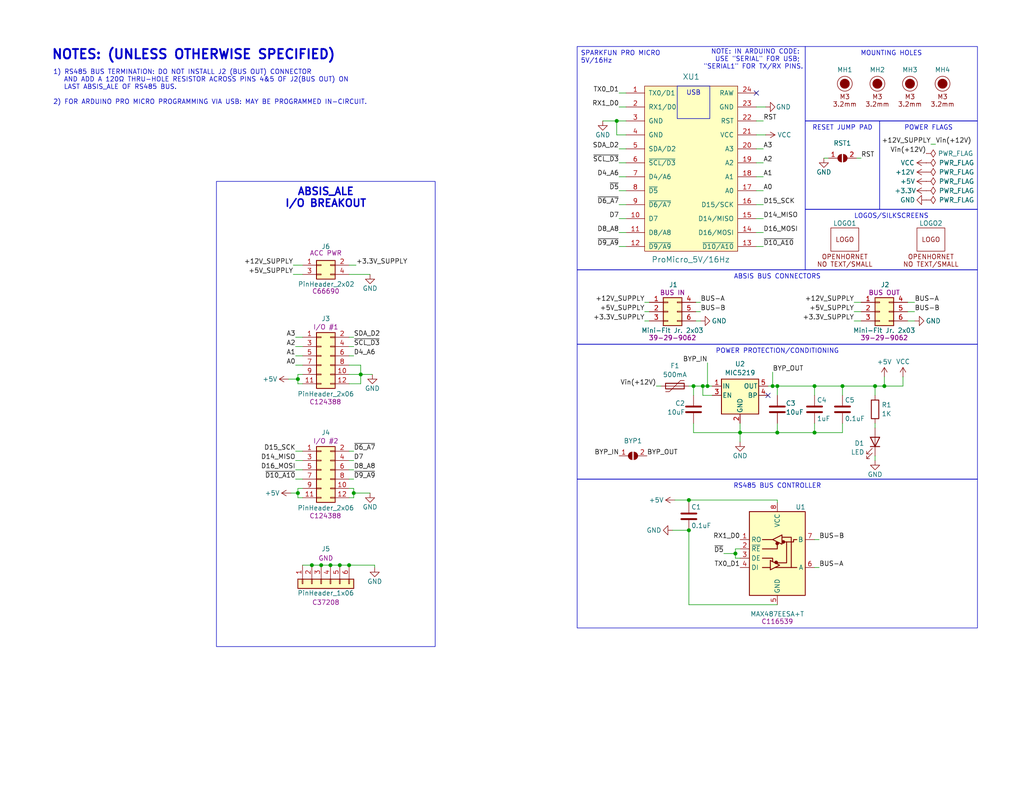
<source format=kicad_sch>
(kicad_sch (version 20231120) (generator "eeschema") (generator_version "8.0")
  (paper "A")
  (title_block (title "ABSIS ALE (ALmost Everything)") (date "2024-09-20") (rev "4.0.0") (company "www.openhornet.com") (comment 1 "License:  CC BY-NC-SA"))
  (lib_symbols
    (symbol "Device:C" (pin_numbers hide) (pin_names (offset 0.254))
      (property "Reference" "C" (at 0.635 2.54 0))
      (property "Value" "C" (at 0.635 -2.54 0))
      (symbol "C_0_1"
        (polyline (pts (xy -2.032 -0.762) (xy 2.032 -0.762)) (stroke (width 0.508)))
        (polyline (pts (xy -2.032 0.762) (xy 2.032 0.762)) (stroke (width 0.508)))
      )
      (symbol "C_1_1"
        (pin passive line (at 0 3.81 270) (length 2.794) (name "~") (number "1"))
        (pin passive line (at 0 -3.81 90) (length 2.794) (name "~") (number "2"))
      )
    )
    (symbol "Device:LED" (pin_numbers hide) (pin_names (offset 1.016) hide)
      (property "Reference" "D" (at 0 2.54 0))
      (property "Value" "LED" (at 0 -2.54 0))
      (symbol "LED_0_1"
        (polyline (pts (xy -1.27 -1.27) (xy -1.27 1.27)) (stroke (width 0.254)))
        (polyline (pts (xy -1.27 0) (xy 1.27 0)))
        (polyline (pts (xy 1.27 -1.27) (xy 1.27 1.27) (xy -1.27 0) (xy 1.27 -1.27)) (stroke (width 0.254)))
        (polyline (pts (xy -3.048 -0.762) (xy -4.572 -2.286) (xy -3.81 -2.286) (xy -4.572 -2.286) (xy -4.572 -1.524)))
        (polyline (pts (xy -1.778 -0.762) (xy -3.302 -2.286) (xy -2.54 -2.286) (xy -3.302 -2.286) (xy -3.302 -1.524)))
      )
      (symbol "LED_1_1"
        (pin passive line (at -3.81 0 0) (length 2.54) (name "K") (number "1"))
        (pin passive line (at 3.81 0 180) (length 2.54) (name "A") (number "2"))
      )
    )
    (symbol "Device:Polyfuse" (pin_numbers hide) (pin_names (offset 0))
      (property "Reference" "F" (at -2.54 0 90))
      (property "Value" "Polyfuse" (at 2.54 0 90))
      (symbol "Polyfuse_0_1"
        (rectangle (start -0.762 2.54) (end 0.762 -2.54) (stroke (width 0.254)))
        (polyline (pts (xy 0 2.54) (xy 0 -2.54)))
        (polyline (pts (xy -1.524 2.54) (xy -1.524 1.524) (xy 1.524 -1.524) (xy 1.524 -2.54)))
      )
      (symbol "Polyfuse_1_1"
        (pin passive line (at 0 3.81 270) (length 1.27) (name "~") (number "1"))
        (pin passive line (at 0 -3.81 90) (length 1.27) (name "~") (number "2"))
      )
    )
    (symbol "Device:R" (pin_numbers hide) (pin_names (offset 0))
      (property "Reference" "R" (at 2.032 0 90))
      (property "Value" "R" (at 0 0 90))
      (symbol "R_0_1"
        (rectangle (start -1.016 -2.54) (end 1.016 2.54) (stroke (width 0.254)))
      )
      (symbol "R_1_1"
        (pin passive line (at 0 3.81 270) (length 1.27) (name "~") (number "1"))
        (pin passive line (at 0 -3.81 90) (length 1.27) (name "~") (number "2"))
      )
    )
    (symbol "OH_Symbols:Capacitor_0805_0.1uF" (pin_numbers hide) (pin_names (offset 0.254))
      (property "Reference" "C" (at 0.635 2.54 0))
      (property "Value" "0.1uF" (at 0.635 -2.54 0))
      (symbol "Capacitor_0805_0.1uF_0_1"
        (polyline (pts (xy -2.032 -0.762) (xy 2.032 -0.762)) (stroke (width 0.508)))
        (polyline (pts (xy -2.032 0.762) (xy 2.032 0.762)) (stroke (width 0.508)))
      )
      (symbol "Capacitor_0805_0.1uF_1_1"
        (pin passive line (at 0 3.81 270) (length 2.794) (name "~") (number "1"))
        (pin passive line (at 0 -3.81 90) (length 2.794) (name "~") (number "2"))
      )
    )
    (symbol "OH_Symbols:Controller_MAX487E"
      (property "Reference" "U1" (at 0 15.113 0))
      (property "Value" "MAX487EESA+T" (at 0 -17.78 0))
      (property "LCSC" "C116539" (at 0 -19.812 0))
      (symbol "Controller_MAX487E_0_1"
        (rectangle (start -7.62 10.16) (end 7.62 -12.7) (stroke (width 0.254)) (fill (type background)))
        (circle (center -0.3048 -3.683) (radius 0.3556) (stroke (width 0.254)) (fill (type outline)))
        (circle (center -0.0254 1.4986) (radius 0.3556) (stroke (width 0.254)) (fill (type outline)))
        (polyline (pts (xy -4.064 -5.08) (xy -1.905 -5.08)) (stroke (width 0.254)))
        (polyline (pts (xy -4.064 2.54) (xy -1.27 2.54)) (stroke (width 0.254)))
        (polyline (pts (xy -1.27 -3.2004) (xy -1.27 -3.4544)) (stroke (width 0.254)))
        (polyline (pts (xy -0.635 -5.08) (xy 5.334 -5.08)) (stroke (width 0.254)))
        (polyline (pts (xy -4.064 -2.54) (xy -1.27 -2.54) (xy -1.27 -3.175)) (stroke (width 0.254)))
        (polyline (pts (xy 0 1.27) (xy 0 0) (xy -4.064 0)) (stroke (width 0.254)))
        (polyline (pts (xy 1.27 3.175) (xy 3.81 3.175) (xy 3.81 -5.08)) (stroke (width 0.254)))
        (polyline (pts (xy 2.54 1.905) (xy 2.54 -3.81) (xy 0 -3.81)) (stroke (width 0.254)))
        (polyline (pts (xy -1.905 -3.175) (xy -1.905 -5.715) (xy 0.635 -4.445) (xy -1.905 -3.175)) (stroke (width 0.254)))
        (polyline (pts (xy -1.27 2.54) (xy 1.27 3.81) (xy 1.27 1.27) (xy -1.27 2.54)) (stroke (width 0.254)))
        (polyline (pts (xy 1.905 1.905) (xy 4.445 1.905) (xy 4.445 2.54) (xy 5.334 2.54)) (stroke (width 0.254)))
        (rectangle (start 1.27 3.175) (end 1.27 3.175))
        (circle (center 1.651 1.905) (radius 0.3556) (stroke (width 0.254)) (fill (type outline)))
      )
      (symbol "Controller_MAX487E_1_1"
        (pin output line (at -10.16 2.54 0) (length 2.54) (name "RO") (number "1"))
        (pin input line (at -10.16 0 0) (length 2.54) (name "~{RE}") (number "2"))
        (pin input line (at -10.16 -2.54 0) (length 2.54) (name "DE") (number "3"))
        (pin input line (at -10.16 -5.08 0) (length 2.54) (name "DI") (number "4"))
        (pin power_in line (at 0 -15.24 90) (length 2.54) (name "GND") (number "5"))
        (pin bidirectional line (at 10.16 -5.08 180) (length 2.54) (name "A") (number "6"))
        (pin bidirectional line (at 10.16 2.54 180) (length 2.54) (name "B") (number "7"))
        (pin power_in line (at 0 12.7 270) (length 2.54) (name "VCC") (number "8"))
      )
    )
    (symbol "OH_Symbols:Controller_Pro_Micro" (pin_names (offset 1.016))
      (property "Reference" "XU" (at 0 28.194 0))
      (property "Value" "ProMicro_5V/16Hz" (at -0.127 -21.336 0))
      (symbol "Controller_Pro_Micro_0_1"
        (rectangle (start -12.7 26.035) (end 12.7 -19.05) (fill (type background)))
      )
      (symbol "Controller_Pro_Micro_1_1"
        (pin bidirectional line (at -17.78 24.13 0) (length 5.08) (name "TX0/D1") (number "1"))
        (pin bidirectional line (at -17.78 -10.16 0) (length 5.08) (name "D7") (number "10"))
        (pin bidirectional line (at -17.78 -13.97 0) (length 5.08) (name "D8/A8") (number "11"))
        (pin bidirectional line (at -17.78 -17.78 0) (length 5.08) (name "~{D9/A9}") (number "12"))
        (pin bidirectional line (at 17.78 -17.78 180) (length 5.08) (name "~{D10/A10}") (number "13"))
        (pin bidirectional line (at 17.78 -13.97 180) (length 5.08) (name "D16/MOSI") (number "14"))
        (pin bidirectional line (at 17.78 -10.16 180) (length 5.08) (name "D14/MISO") (number "15"))
        (pin bidirectional line (at 17.78 -6.35 180) (length 5.08) (name "D15/SCK") (number "16"))
        (pin bidirectional line (at 17.78 -2.54 180) (length 5.08) (name "A0") (number "17"))
        (pin bidirectional line (at 17.78 1.27 180) (length 5.08) (name "A1") (number "18"))
        (pin bidirectional line (at 17.78 5.08 180) (length 5.08) (name "A2") (number "19"))
        (pin bidirectional line (at -17.78 20.32 0) (length 5.08) (name "RX1/D0") (number "2"))
        (pin bidirectional line (at 17.78 8.89 180) (length 5.08) (name "A3") (number "20"))
        (pin power_in line (at 17.78 12.7 180) (length 5.08) (name "VCC") (number "21"))
        (pin bidirectional line (at 17.78 16.51 180) (length 5.08) (name "RST") (number "22"))
        (pin power_in line (at 17.78 20.32 180) (length 5.08) (name "GND") (number "23"))
        (pin power_in line (at 17.78 24.13 180) (length 5.08) (name "RAW") (number "24"))
        (pin power_in line (at -17.78 16.51 0) (length 5.08) (name "GND") (number "3"))
        (pin power_in line (at -17.78 12.7 0) (length 5.08) (name "GND") (number "4"))
        (pin bidirectional line (at -17.78 8.89 0) (length 5.08) (name "SDA/D2") (number "5"))
        (pin bidirectional line (at -17.78 5.08 0) (length 5.08) (name "~{SCL/D3}") (number "6"))
        (pin bidirectional line (at -17.78 1.27 0) (length 5.08) (name "D4/A6") (number "7"))
        (pin bidirectional line (at -17.78 -2.54 0) (length 5.08) (name "~{D5}") (number "8"))
        (pin bidirectional line (at -17.78 -6.35 0) (length 5.08) (name "~{D6/A7}") (number "9"))
      )
    )
    (symbol "OH_Symbols:Jumper_Solder_2_Open" (pin_names (offset 0) hide)
      (property "Reference" "JP" (at 0 2.032 0))
      (property "Value" "SolderJumper_2_Open" (at 0 -2.54 0))
      (symbol "Jumper_Solder_2_Open_0_1"
        (arc (start -0.254 1.016) (mid -1.2656 0) (end -0.254 -1.016))
        (arc (start -0.254 1.016) (mid -1.2656 0) (end -0.254 -1.016) (fill (type outline)))
        (polyline (pts (xy -0.254 1.016) (xy -0.254 -1.016)))
        (polyline (pts (xy 0.254 1.016) (xy 0.254 -1.016)))
        (arc (start 0.254 -1.016) (mid 1.2656 0) (end 0.254 1.016))
        (arc (start 0.254 -1.016) (mid 1.2656 0) (end 0.254 1.016) (fill (type outline)))
      )
      (symbol "Jumper_Solder_2_Open_1_1"
        (pin passive line (at -3.81 0 0) (length 2.54) (name "A") (number "1"))
        (pin passive line (at 3.81 0 180) (length 2.54) (name "B") (number "2"))
      )
    )
    (symbol "OH_Symbols:LOGO_OpenHornet_NoText_Small" (pin_numbers hide) (pin_names (offset 0) hide) (in_bom no)
      (property "Reference" "LOGO" (at 0 12.7 0))
      (symbol "LOGO_OpenHornet_NoText_Small_0_1"
        (rectangle (start 3.81 5.08) (end -3.81 11.43))
      )
      (symbol "LOGO_OpenHornet_NoText_Small_1_0"
        (text "LOGO" (at 0 8.255 0) (effects (font (size 1.27 1.27))))
        (text "OPENHORNET\nNO TEXT/SMALL" (at 0 2.54 0) (effects (font (size 1.27 1.27))))
      )
    )
    (symbol "OH_Symbols:Molex_Mini-Fit_Jr._2x03" (pin_names (offset 1.016) hide)
      (property "Reference" "J" (at -0.0254 7.239 0))
      (property "Value" "Mini-Fit Jr. 2x03" (at -0.0254 -5.1308 0))
      (property "Manufacturer PN" "39-29-9062" (at -0.0254 -7.1374 0))
      (property "Silkscreen" "BUS IN" (at -0.0254 5.207 0))
      (symbol "Molex_Mini-Fit_Jr._2x03_1_1"
        (rectangle (start -2.54 -2.413) (end -1.27 -2.667) (stroke (width 0.1524)))
        (rectangle (start -2.54 0.127) (end -1.27 -0.127) (stroke (width 0.1524)))
        (rectangle (start -2.54 2.667) (end -1.27 2.413) (stroke (width 0.1524)))
        (rectangle (start -2.54 3.81) (end 2.54 -3.81) (stroke (width 0.254)) (fill (type background)))
        (rectangle (start 2.54 -2.413) (end 1.27 -2.667) (stroke (width 0.1524)))
        (rectangle (start 2.54 0.127) (end 1.27 -0.127) (stroke (width 0.1524)))
        (rectangle (start 2.54 2.667) (end 1.27 2.413) (stroke (width 0.1524)))
        (pin passive line (at -6.35 2.54 0) (length 3.81) (name "Pin_1") (number "1"))
        (pin passive line (at -6.35 0 0) (length 3.81) (name "Pin_2") (number "2"))
        (pin passive line (at -6.35 -2.54 0) (length 3.81) (name "Pin_3") (number "3"))
        (pin passive line (at 6.35 2.54 180) (length 3.81) (name "Pin_4") (number "4"))
        (pin passive line (at 6.35 0 180) (length 3.81) (name "Pin_5") (number "5"))
        (pin passive line (at 6.35 -2.54 180) (length 3.81) (name "Pin_6") (number "6"))
      )
    )
    (symbol "OH_Symbols:MountingHole_M3_3.2mm" (pin_numbers hide) (pin_names (offset 0) hide) (in_bom no)
      (property "Reference" "MH" (at 0 3.81 0))
      (symbol "MountingHole_M3_3.2mm_0_0"
        (circle (center 0 0) (radius 1.27) (fill (type outline)))
        (circle (center 0 0) (radius 2.032))
      )
      (symbol "MountingHole_M3_3.2mm_1_1"
        (text "M3\n3.2mm" (at 0 -4.572 0) (effects (font (size 1.27 1.27))))
      )
    )
    (symbol "OH_Symbols:PinHeader_1x06" (pin_names (offset 1.016) hide)
      (property "Reference" "J" (at 0 8.763 0))
      (property "Value" "PinHeader_1x06" (at 0 -4.953 0))
      (property "LCSC" "C37208" (at 0 -7.112 0))
      (property "Silkscreen" "GND" (at 0 6.477 0))
      (symbol "PinHeader_1x06_1_1"
        (rectangle (start -7.747 -0.127) (end 7.493 -2.667) (stroke (width 0.254)) (fill (type background)))
        (rectangle (start -6.35 -1.397) (end -6.604 -0.127) (stroke (width 0.1524)))
        (rectangle (start -3.81 -1.397) (end -4.064 -0.127) (stroke (width 0.1524)))
        (rectangle (start -1.27 -1.397) (end -1.524 -0.127) (stroke (width 0.1524)))
        (rectangle (start 1.27 -1.397) (end 1.016 -0.127) (stroke (width 0.1524)))
        (rectangle (start 3.81 -1.397) (end 3.556 -0.127) (stroke (width 0.1524)))
        (rectangle (start 6.35 -1.397) (end 6.096 -0.127) (stroke (width 0.1524)))
        (pin passive line (at -6.477 3.683 270) (length 3.81) (name "Pin_1") (number "1"))
        (pin passive line (at -3.937 3.683 270) (length 3.81) (name "Pin_2") (number "2"))
        (pin passive line (at -1.397 3.683 270) (length 3.81) (name "Pin_3") (number "3"))
        (pin passive line (at 1.143 3.683 270) (length 3.81) (name "Pin_4") (number "4"))
        (pin passive line (at 3.683 3.683 270) (length 3.81) (name "Pin_5") (number "5"))
        (pin passive line (at 6.223 3.683 270) (length 3.81) (name "Pin_6") (number "6"))
      )
    )
    (symbol "OH_Symbols:PinHeader_2x02" (pin_names (offset 1.016) hide)
      (property "Reference" "J" (at 1.27 5.08 0))
      (property "Value" "PinHeader_2x02" (at 1.397 -5.207 0))
      (property "LCSC" "C66690" (at 1.27 -7.112 0))
      (property "Silkscreen" "ACC PWR" (at 1.27 3.302 0))
      (symbol "PinHeader_2x02_1_1"
        (rectangle (start -1.27 -2.413) (end 0 -2.667) (stroke (width 0.1524)))
        (rectangle (start -1.27 0.127) (end 0 -0.127) (stroke (width 0.1524)))
        (rectangle (start -1.27 1.27) (end 3.81 -3.81) (stroke (width 0.254)) (fill (type background)))
        (rectangle (start 3.81 -2.413) (end 2.54 -2.667) (stroke (width 0.1524)))
        (rectangle (start 3.81 0.127) (end 2.54 -0.127) (stroke (width 0.1524)))
        (pin passive line (at -5.08 0 0) (length 3.81) (name "Pin_1") (number "1"))
        (pin passive line (at 7.62 0 180) (length 3.81) (name "Pin_2") (number "2"))
        (pin passive line (at -5.08 -2.54 0) (length 3.81) (name "Pin_3") (number "3"))
        (pin passive line (at 7.62 -2.54 180) (length 3.81) (name "Pin_4") (number "4"))
      )
    )
    (symbol "OH_Symbols:PinHeader_2x06" (pin_names (offset 1.016) hide)
      (property "Reference" "J" (at 1.27 10.16 0))
      (property "Value" "PinHeader_2x06" (at 1.27 -10.414 0))
      (property "LCSC" "C124388" (at 1.143 -12.573 0))
      (property "Silkscreen" "I/O #" (at 1.27 7.874 0))
      (symbol "PinHeader_2x06_1_1"
        (rectangle (start -1.27 -7.493) (end 0 -7.747) (stroke (width 0.1524)))
        (rectangle (start -1.27 -4.953) (end 0 -5.207) (stroke (width 0.1524)))
        (rectangle (start -1.27 -2.413) (end 0 -2.667) (stroke (width 0.1524)))
        (rectangle (start -1.27 0.127) (end 0 -0.127) (stroke (width 0.1524)))
        (rectangle (start -1.27 2.667) (end 0 2.413) (stroke (width 0.1524)))
        (rectangle (start -1.27 5.207) (end 0 4.953) (stroke (width 0.1524)))
        (rectangle (start -1.27 6.35) (end 3.81 -8.89) (stroke (width 0.254)) (fill (type background)))
        (rectangle (start 3.81 -7.493) (end 2.54 -7.747) (stroke (width 0.1524)))
        (rectangle (start 3.81 -4.953) (end 2.54 -5.207) (stroke (width 0.1524)))
        (rectangle (start 3.81 -2.413) (end 2.54 -2.667) (stroke (width 0.1524)))
        (rectangle (start 3.81 0.127) (end 2.54 -0.127) (stroke (width 0.1524)))
        (rectangle (start 3.81 2.667) (end 2.54 2.413) (stroke (width 0.1524)))
        (rectangle (start 3.81 5.207) (end 2.54 4.953) (stroke (width 0.1524)))
        (pin passive line (at -5.08 5.08 0) (length 3.81) (name "Pin_1") (number "1"))
        (pin passive line (at 7.62 -5.08 180) (length 3.81) (name "Pin_10") (number "10"))
        (pin passive line (at -5.08 -7.62 0) (length 3.81) (name "Pin_11") (number "11"))
        (pin passive line (at 7.62 -7.62 180) (length 3.81) (name "Pin_12") (number "12"))
        (pin passive line (at 7.62 5.08 180) (length 3.81) (name "Pin_2") (number "2"))
        (pin passive line (at -5.08 2.54 0) (length 3.81) (name "Pin_3") (number "3"))
        (pin passive line (at 7.62 2.54 180) (length 3.81) (name "Pin_4") (number "4"))
        (pin passive line (at -5.08 0 0) (length 3.81) (name "Pin_5") (number "5"))
        (pin passive line (at 7.62 0 180) (length 3.81) (name "Pin_6") (number "6"))
        (pin passive line (at -5.08 -2.54 0) (length 3.81) (name "Pin_7") (number "7"))
        (pin passive line (at 7.62 -2.54 180) (length 3.81) (name "Pin_8") (number "8"))
        (pin passive line (at -5.08 -5.08 0) (length 3.81) (name "Pin_9") (number "9"))
      )
    )
    (symbol "PWR_FLAG_1" (power) (pin_numbers hide) (pin_names (offset 0) hide)
      (property "Value" "PWR_FLAG" (at 0 3.81 0))
      (symbol "PWR_FLAG_1_0_0"
        (pin power_out line (at 0 0 90) (length 0) (name "~") (number "1"))
      )
      (symbol "PWR_FLAG_1_0_1"
        (polyline (pts (xy 0 0) (xy 0 1.27) (xy -1.016 1.905) (xy 0 2.54) (xy 1.016 1.905) (xy 0 1.27)))
      )
    )
    (symbol "Regulator_Linear:LM7805_TO220" (pin_names (offset 0.254))
      (property "Reference" "U" (at -3.81 3.175 0))
      (property "Value" "LM7805_TO220" (at 0 3.175 0))
      (symbol "LM7805_TO220_0_1"
        (rectangle (start -5.08 1.905) (end 5.08 -5.08) (stroke (width 0.254)) (fill (type background)))
      )
      (symbol "LM7805_TO220_1_1"
        (pin power_in line (at -7.62 0 0) (length 2.54) (name "VI") (number "1"))
        (pin power_in line (at 0 -7.62 90) (length 2.54) (name "GND") (number "2"))
        (pin power_out line (at 7.62 0 180) (length 2.54) (name "VO") (number "3"))
      )
    )
    (symbol "Regulator_Linear:MIC5219-5.0YM5" (pin_names (offset 0.254))
      (property "Reference" "U" (at -3.81 5.715 0))
      (property "Value" "MIC5219-5.0YM5" (at 0 5.715 0))
      (symbol "MIC5219-5.0YM5_0_1"
        (rectangle (start -5.08 4.445) (end 5.08 -5.08) (stroke (width 0.254)) (fill (type background)))
      )
      (symbol "MIC5219-5.0YM5_1_1"
        (pin power_in line (at -7.62 2.54 0) (length 2.54) (name "IN") (number "1"))
        (pin power_in line (at 0 -7.62 90) (length 2.54) (name "GND") (number "2"))
        (pin input line (at -7.62 0 0) (length 2.54) (name "EN") (number "3"))
        (pin input line (at 7.62 0 180) (length 2.54) (name "BP") (number "4"))
        (pin power_out line (at 7.62 2.54 180) (length 2.54) (name "OUT") (number "5"))
      )
    )
    (symbol "power:+12V" (power) (pin_names (offset 0))
      (property "Value" "+12V" (at 0 3.556 0))
      (symbol "+12V_0_1"
        (polyline (pts (xy -0.762 1.27) (xy 0 2.54)))
        (polyline (pts (xy 0 0) (xy 0 2.54)))
        (polyline (pts (xy 0 2.54) (xy 0.762 1.27)))
      )
      (symbol "+12V_1_1"
        (pin power_in line (at 0 0 90) (length 0) hide (name "+12V") (number "1"))
      )
    )
    (symbol "power:+3.3V" (power) (pin_names (offset 0))
      (property "Value" "+3.3V" (at 0 3.556 0))
      (symbol "+3.3V_0_1"
        (polyline (pts (xy -0.762 1.27) (xy 0 2.54)))
        (polyline (pts (xy 0 0) (xy 0 2.54)))
        (polyline (pts (xy 0 2.54) (xy 0.762 1.27)))
      )
      (symbol "+3.3V_1_1"
        (pin power_in line (at 0 0 90) (length 0) hide (name "+3.3V") (number "1"))
      )
    )
    (symbol "power:+5V" (power) (pin_names (offset 0))
      (property "Value" "+5V" (at 0 3.556 0))
      (symbol "+5V_0_1"
        (polyline (pts (xy -0.762 1.27) (xy 0 2.54)))
        (polyline (pts (xy 0 0) (xy 0 2.54)))
        (polyline (pts (xy 0 2.54) (xy 0.762 1.27)))
      )
      (symbol "+5V_1_1"
        (pin power_in line (at 0 0 90) (length 0) hide (name "+5V") (number "1"))
      )
    )
    (symbol "power:GND" (power) (pin_names (offset 0))
      (property "Value" "GND" (at 0 -3.81 0))
      (symbol "GND_0_1"
        (polyline (pts (xy 0 0) (xy 0 -1.27) (xy 1.27 -1.27) (xy 0 -2.54) (xy -1.27 -1.27) (xy 0 -1.27)))
      )
      (symbol "GND_1_1"
        (pin power_in line (at 0 0 270) (length 0) hide (name "GND") (number "1"))
      )
    )
    (symbol "power:PWR_FLAG" (power) (pin_numbers hide) (pin_names (offset 0) hide)
      (property "Value" "PWR_FLAG" (at 0 3.81 0))
      (symbol "PWR_FLAG_0_0"
        (pin power_out line (at 0 0 90) (length 0) (name "pwr") (number "1"))
      )
      (symbol "PWR_FLAG_0_1"
        (polyline (pts (xy 0 0) (xy 0 1.27) (xy -1.016 1.905) (xy 0 2.54) (xy 1.016 1.905) (xy 0 1.27)))
      )
    )
    (symbol "power:VCC" (power) (pin_numbers hide) (pin_names (offset 0) hide)
      (property "Value" "VCC" (at 0 3.556 0))
      (symbol "VCC_0_1"
        (polyline (pts (xy -0.762 1.27) (xy 0 2.54)))
        (polyline (pts (xy 0 0) (xy 0 2.54)))
        (polyline (pts (xy 0 2.54) (xy 0.762 1.27)))
      )
      (symbol "VCC_1_1"
        (pin power_in line (at 0 0 90) (length 0) (name "~") (number "1"))
      )
    )
  )
  (junction (at 222.25 105.41))
  (junction (at 212.09 105.41))
  (junction (at 85.09 154.305))
  (junction (at 238.76 105.41))
  (junction (at 222.25 118.11))
  (junction (at 241.3 105.41))
  (junction (at 187.96 144.78))
  (junction (at 98.425 102.235))
  (junction (at 191.77 105.41))
  (junction (at 210.82 105.41))
  (junction (at 87.63 154.305))
  (junction (at 193.04 105.41))
  (junction (at 187.96 136.525))
  (junction (at 90.17 154.305))
  (junction (at 168.275 33.02))
  (junction (at 229.87 105.41))
  (junction (at 92.71 154.305))
  (junction (at 320.04 128.27))
  (junction (at 330.2 140.97))
  (junction (at 200.66 151.13))
  (junction (at 81.28 103.505))
  (junction (at 95.25 154.305))
  (junction (at 96.52 134.62))
  (junction (at 340.36 128.27))
  (junction (at 212.09 118.11))
  (junction (at 189.23 105.41))
  (junction (at 201.93 118.11))
  (junction (at 81.28 134.62))
  (no_connect (at 209.55 107.95))
  (no_connect (at 206.375 25.4))
  (wire (pts (xy 168.91 55.88) (xy 170.815 55.88)))
  (wire (pts (xy 254 39.37) (xy 255.27 39.37)))
  (wire (pts (xy 200.66 151.13) (xy 200.66 152.4)))
  (wire (pts (xy 175.895 87.63) (xy 177.165 87.63)))
  (wire (pts (xy 100.965 134.62) (xy 96.52 134.62)))
  (wire (pts (xy 189.23 115.57) (xy 189.23 118.11)))
  (wire (pts (xy 189.23 105.41) (xy 191.77 105.41)))
  (wire (pts (xy 168.275 36.83) (xy 170.815 36.83)))
  (wire (pts (xy 168.91 40.64) (xy 170.815 40.64)))
  (wire (pts (xy 168.91 52.07) (xy 170.815 52.07)))
  (wire (pts (xy 320.04 140.97) (xy 330.2 140.97)))
  (wire (pts (xy 224.79 43.18) (xy 226.06 43.18)))
  (wire (pts (xy 223.52 154.94) (xy 222.25 154.94)))
  (wire (pts (xy 189.865 87.63) (xy 191.135 87.63)))
  (wire (pts (xy 212.09 118.11) (xy 222.25 118.11)))
  (wire (pts (xy 168.91 44.45) (xy 170.815 44.45)))
  (wire (pts (xy 96.52 97.155) (xy 95.25 97.155)))
  (wire (pts (xy 96.52 125.73) (xy 95.25 125.73)))
  (wire (pts (xy 90.17 154.305) (xy 92.71 154.305)))
  (wire (pts (xy 168.91 25.4) (xy 170.815 25.4)))
  (wire (pts (xy 337.82 128.27) (xy 340.36 128.27)))
  (wire (pts (xy 229.87 118.11) (xy 229.87 115.57)))
  (wire (pts (xy 96.52 94.615) (xy 95.25 94.615)))
  (wire (pts (xy 241.3 105.41) (xy 246.38 105.41)))
  (wire (pts (xy 201.93 118.11) (xy 212.09 118.11)))
  (wire (pts (xy 187.96 105.41) (xy 189.23 105.41)))
  (wire (pts (xy 238.76 105.41) (xy 238.76 107.95)))
  (wire (pts (xy 80.645 123.19) (xy 82.55 123.19)))
  (wire (pts (xy 340.36 138.43) (xy 340.36 140.97)))
  (wire (pts (xy 208.915 29.21) (xy 206.375 29.21)))
  (wire (pts (xy 98.425 104.775) (xy 98.425 102.235)))
  (wire (pts (xy 229.87 105.41) (xy 229.87 107.95)))
  (wire (pts (xy 212.09 165.1) (xy 187.96 165.1)))
  (wire (pts (xy 187.96 136.525) (xy 187.96 137.16)))
  (wire (pts (xy 96.52 134.62) (xy 96.52 135.89)))
  (wire (pts (xy 340.36 140.97) (xy 330.2 140.97)))
  (wire (pts (xy 200.66 149.86) (xy 200.66 151.13)))
  (wire (pts (xy 247.65 87.63) (xy 249.555 87.63)))
  (wire (pts (xy 222.25 118.11) (xy 229.87 118.11)))
  (wire (pts (xy 330.2 140.97) (xy 330.2 143.51)))
  (wire (pts (xy 317.5 128.27) (xy 320.04 128.27)))
  (wire (pts (xy 206.375 55.88) (xy 208.28 55.88)))
  (wire (pts (xy 78.74 103.505) (xy 81.28 103.505)))
  (wire (pts (xy 81.28 102.235) (xy 81.28 103.505)))
  (wire (pts (xy 81.28 134.62) (xy 81.28 135.89)))
  (wire (pts (xy 330.2 140.97) (xy 330.2 135.89)))
  (wire (pts (xy 200.66 152.4) (xy 201.93 152.4)))
  (wire (pts (xy 175.895 82.55) (xy 177.165 82.55)))
  (wire (pts (xy 206.375 59.69) (xy 208.28 59.69)))
  (wire (pts (xy 82.55 102.235) (xy 81.28 102.235)))
  (wire (pts (xy 80.01 74.93) (xy 82.55 74.93)))
  (wire (pts (xy 201.93 115.57) (xy 201.93 118.11)))
  (wire (pts (xy 96.52 128.27) (xy 95.25 128.27)))
  (wire (pts (xy 206.375 52.07) (xy 208.28 52.07)))
  (wire (pts (xy 100.965 74.93) (xy 95.25 74.93)))
  (wire (pts (xy 95.25 104.775) (xy 98.425 104.775)))
  (wire (pts (xy 193.04 99.06) (xy 193.04 105.41)))
  (wire (pts (xy 241.3 102.87) (xy 241.3 105.41)))
  (wire (pts (xy 96.52 92.075) (xy 95.25 92.075)))
  (wire (pts (xy 189.23 105.41) (xy 189.23 107.95)))
  (wire (pts (xy 102.235 154.94) (xy 102.235 154.305)))
  (wire (pts (xy 168.91 59.69) (xy 170.815 59.69)))
  (wire (pts (xy 96.52 133.35) (xy 95.25 133.35)))
  (wire (pts (xy 222.25 105.41) (xy 222.25 107.95)))
  (wire (pts (xy 206.375 40.64) (xy 208.28 40.64)))
  (wire (pts (xy 82.55 154.305) (xy 85.09 154.305)))
  (wire (pts (xy 194.31 107.95) (xy 191.77 107.95)))
  (wire (pts (xy 170.815 33.02) (xy 168.275 33.02)))
  (wire (pts (xy 246.38 102.87) (xy 246.38 105.41)))
  (wire (pts (xy 200.66 149.86) (xy 201.93 149.86)))
  (wire (pts (xy 97.155 72.39) (xy 95.25 72.39)))
  (wire (pts (xy 96.52 123.19) (xy 95.25 123.19)))
  (wire (pts (xy 80.645 128.27) (xy 82.55 128.27)))
  (wire (pts (xy 193.04 105.41) (xy 194.31 105.41)))
  (wire (pts (xy 238.76 105.41) (xy 241.3 105.41)))
  (wire (pts (xy 82.55 133.35) (xy 81.28 133.35)))
  (wire (pts (xy 222.25 118.11) (xy 222.25 115.57)))
  (wire (pts (xy 208.915 36.83) (xy 206.375 36.83)))
  (wire (pts (xy 92.71 154.305) (xy 95.25 154.305)))
  (wire (pts (xy 98.425 102.235) (xy 98.425 99.695)))
  (wire (pts (xy 79.375 134.62) (xy 81.28 134.62)))
  (wire (pts (xy 80.645 99.695) (xy 82.55 99.695)))
  (wire (pts (xy 80.645 125.73) (xy 82.55 125.73)))
  (wire (pts (xy 168.275 33.02) (xy 168.275 36.83)))
  (wire (pts (xy 189.865 85.09) (xy 191.135 85.09)))
  (wire (pts (xy 187.96 136.525) (xy 212.09 136.525)))
  (wire (pts (xy 85.09 154.305) (xy 87.63 154.305)))
  (wire (pts (xy 340.36 128.27) (xy 340.36 130.81)))
  (wire (pts (xy 96.52 130.81) (xy 95.25 130.81)))
  (wire (pts (xy 210.82 101.6) (xy 210.82 105.41)))
  (wire (pts (xy 320.04 128.27) (xy 322.58 128.27)))
  (wire (pts (xy 191.77 107.95) (xy 191.77 105.41)))
  (wire (pts (xy 101.6 102.235) (xy 98.425 102.235)))
  (wire (pts (xy 189.865 82.55) (xy 191.135 82.55)))
  (wire (pts (xy 233.68 43.18) (xy 234.95 43.18)))
  (wire (pts (xy 80.645 92.075) (xy 82.55 92.075)))
  (wire (pts (xy 168.91 29.21) (xy 170.815 29.21)))
  (wire (pts (xy 247.65 82.55) (xy 249.555 82.55)))
  (wire (pts (xy 206.375 33.02) (xy 208.28 33.02)))
  (wire (pts (xy 197.485 151.13) (xy 200.66 151.13)))
  (wire (pts (xy 189.23 118.11) (xy 201.93 118.11)))
  (wire (pts (xy 212.09 118.11) (xy 212.09 115.57)))
  (wire (pts (xy 222.25 105.41) (xy 229.87 105.41)))
  (wire (pts (xy 191.77 105.41) (xy 193.04 105.41)))
  (wire (pts (xy 206.375 63.5) (xy 208.28 63.5)))
  (wire (pts (xy 81.28 104.775) (xy 82.55 104.775)))
  (wire (pts (xy 212.09 105.41) (xy 212.09 107.95)))
  (wire (pts (xy 238.76 124.46) (xy 238.76 125.73)))
  (wire (pts (xy 87.63 154.305) (xy 90.17 154.305)))
  (wire (pts (xy 184.15 136.525) (xy 187.96 136.525)))
  (wire (pts (xy 206.375 48.26) (xy 208.28 48.26)))
  (wire (pts (xy 168.91 67.31) (xy 170.815 67.31)))
  (wire (pts (xy 95.25 135.89) (xy 96.52 135.89)))
  (wire (pts (xy 81.28 135.89) (xy 82.55 135.89)))
  (wire (pts (xy 206.375 67.31) (xy 208.28 67.31)))
  (wire (pts (xy 96.52 134.62) (xy 96.52 133.35)))
  (wire (pts (xy 320.04 128.27) (xy 320.04 130.81)))
  (wire (pts (xy 95.25 154.305) (xy 102.235 154.305)))
  (wire (pts (xy 233.045 85.09) (xy 234.95 85.09)))
  (wire (pts (xy 98.425 99.695) (xy 95.25 99.695)))
  (wire (pts (xy 81.28 133.35) (xy 81.28 134.62)))
  (wire (pts (xy 233.045 82.55) (xy 234.95 82.55)))
  (wire (pts (xy 212.09 105.41) (xy 222.25 105.41)))
  (wire (pts (xy 233.045 87.63) (xy 234.95 87.63)))
  (wire (pts (xy 209.55 105.41) (xy 210.82 105.41)))
  (wire (pts (xy 168.91 48.26) (xy 170.815 48.26)))
  (wire (pts (xy 212.09 136.525) (xy 212.09 137.16)))
  (wire (pts (xy 80.645 130.81) (xy 82.55 130.81)))
  (wire (pts (xy 201.93 118.11) (xy 201.93 120.65)))
  (wire (pts (xy 229.87 105.41) (xy 238.76 105.41)))
  (wire (pts (xy 80.645 97.155) (xy 82.55 97.155)))
  (wire (pts (xy 320.04 138.43) (xy 320.04 140.97)))
  (wire (pts (xy 340.36 128.27) (xy 342.9 128.27)))
  (wire (pts (xy 222.25 147.32) (xy 223.52 147.32)))
  (wire (pts (xy 187.96 165.1) (xy 187.96 144.78)))
  (wire (pts (xy 179.07 105.41) (xy 180.34 105.41)))
  (wire (pts (xy 80.01 72.39) (xy 82.55 72.39)))
  (wire (pts (xy 95.25 102.235) (xy 98.425 102.235)))
  (wire (pts (xy 247.65 85.09) (xy 249.555 85.09)))
  (wire (pts (xy 168.275 33.02) (xy 164.465 33.02)))
  (wire (pts (xy 210.82 105.41) (xy 212.09 105.41)))
  (wire (pts (xy 238.76 115.57) (xy 238.76 116.84)))
  (wire (pts (xy 80.645 94.615) (xy 82.55 94.615)))
  (wire (pts (xy 183.515 144.78) (xy 187.96 144.78)))
  (wire (pts (xy 81.28 103.505) (xy 81.28 104.775)))
  (wire (pts (xy 175.895 85.09) (xy 177.165 85.09)))
  (wire (pts (xy 168.91 63.5) (xy 170.815 63.5)))
  (wire (pts (xy 206.375 44.45) (xy 208.28 44.45)))
  (text_box "SPARKFUN PRO MICRO\n5V/16Hz" (at 157.48 12.7 0) (size 62.23 60.96) (effects (font (size 1.27 1.27)) (justify left top)))
  (text_box "LOGOS/SILKSCREENS" (at 219.71 57.15 0) (size 46.99 16.51) (effects (font (size 1.27 1.27)) (justify top)))
  (text_box "USB" (at 184.785 23.495 0) (size 8.89 8.89) (effects (font (size 1.27 1.27)) (justify top)))
  (text_box "RS485 BUS CONTROLLER" (at 157.48 130.81 0) (size 109.22 40.64) (effects (font (size 1.27 1.27)) (justify top)))
  (text_box "POWER PROTECTION/CONDITIONING" (at 157.48 93.98 0) (size 109.22 36.83) (effects (font (size 1.27 1.27)) (justify top)))
  (text_box "POWER FLAGS" (at 240.03 33.02 0) (size 26.67 24.13) (effects (font (size 1.27 1.27)) (justify top)))
  (text_box "ABSIS_ALE\nI/O BREAKOUT" (at 59.055 49.53 0) (size 59.69 127) (effects (font (size 2 2) (thickness 0.4) (bold yes)) (justify top)))
  (text_box "MOUNTING HOLES" (at 219.71 12.7 0) (size 46.99 20.32) (effects (font (size 1.27 1.27)) (justify top)))
  (text_box "RESET JUMP PAD" (at 219.71 33.02 0) (size 20.32 24.13) (effects (font (size 1.27 1.27)) (justify top)))
  (text_box "ABSIS BUS CONNECTORS" (at 157.48 73.66 0) (size 109.22 20.32) (effects (font (size 1.27 1.27)) (justify top)))
  (text "NOTES: (UNLESS OTHERWISE SPECIFIED)" (at 13.97 16.51 0) (effects (font (size 2.54 2.54) (thickness 0.508) (bold yes)) (justify left bottom)))
  (text "1) RS485 BUS TERMINATION: DO NOT INSTALL J2 (BUS OUT) CONNECTOR \n   AND ADD A 120Ω THRU-HOLE RESISTOR ACROSS PINS 4&5 OF J2(BUS OUT) ON \n   LAST ABSIS_ALE OF RS485 BUS.\n\n2) FOR ARDUINO PRO MICRO PROGRAMMING VIA USB: MAY BE PROGRAMMED IN-CIRCUIT." (at 14.478 28.702 0) (effects (font (size 1.27 1.27)) (justify left bottom)))
  (text "NOTE: IN ARDUINO CODE: \nUSE \"SERIAL\" FOR USB; \n\"SERIAL1\" FOR TX/RX PINS." (at 219.202 19.05 0) (effects (font (size 1.27 1.27)) (justify right bottom)))
  (label "BYP_IN" (at 193.04 99.06 180))
  (label "RST" (at 234.95 43.18 0))
  (label "BYP_OUT" (at 176.53 124.46 0))
  (label "~{SCL_D3}" (at 168.91 44.45 180))
  (label "VCC" (at 342.9 128.27 0))
  (label "BUS-A" (at 223.52 154.94 0))
  (label "D14_MISO" (at 208.28 59.69 0))
  (label "Vin(+12V)" (at 179.07 105.41 180))
  (label "BUS-B" (at 249.555 85.09 0))
  (label "~{D10_A10}" (at 80.645 130.81 180))
  (label "D15_SCK" (at 208.28 55.88 0))
  (label "D8_A8" (at 96.52 128.27 0))
  (label "+12V_SUPPLY" (at 175.895 82.55 180))
  (label "+12V_SUPPLY" (at 233.045 82.55 180))
  (label "BYP_IN" (at 168.91 124.46 180))
  (label "~{D6_A7}" (at 168.91 55.88 180))
  (label "SDA_D2" (at 96.52 92.075 0))
  (label "+12V_SUPPLY" (at 80.01 72.39 180))
  (label "~{D9_A9}" (at 168.91 67.31 180))
  (label "+5V_SUPPLY" (at 233.045 85.09 180))
  (label "D16_MOSI" (at 208.28 63.5 0))
  (label "~{D9_A9}" (at 96.52 130.81 0))
  (label "A1" (at 80.645 97.155 180))
  (label "D14_MISO" (at 80.645 125.73 180))
  (label "A3" (at 208.28 40.64 0))
  (label "BUS-A" (at 191.135 82.55 0))
  (label "+12V_SUPPLY" (at 254 39.37 180))
  (label "A2" (at 80.645 94.615 180))
  (label "D7" (at 168.91 59.69 180))
  (label "Vin(+12V)" (at 252.73 41.91 180))
  (label "BUS-B" (at 191.135 85.09 0))
  (label "A2" (at 208.28 44.45 0))
  (label "+3.3V_SUPPLY" (at 233.045 87.63 180))
  (label "D4_A6" (at 168.91 48.26 180))
  (label "+3.3V_SUPPLY" (at 175.895 87.63 180))
  (label "~{D6_A7}" (at 96.52 123.19 0))
  (label "Vin(+12V)" (at 317.5 128.27 180))
  (label "~{D10_A10}" (at 208.28 67.31 0))
  (label "TX0_D1" (at 168.91 25.4 180))
  (label "~{D5}" (at 168.91 52.07 180))
  (label "A0" (at 80.645 99.695 180))
  (label "D15_SCK" (at 80.645 123.19 180))
  (label "BYP_OUT" (at 210.82 101.6 0))
  (label "+3.3V_SUPPLY" (at 97.155 72.39 0))
  (label "~{SCL_D3}" (at 96.52 94.615 0))
  (label "A1" (at 208.28 48.26 0))
  (label "SDA_D2" (at 168.91 40.64 180))
  (label "D4_A6" (at 96.52 97.155 0))
  (label "A0" (at 208.28 52.07 0))
  (label "+5V_SUPPLY" (at 80.01 74.93 180))
  (label "TX0_D1" (at 201.93 154.94 180))
  (label "~{D5}" (at 197.485 151.13 180))
  (label "RX1_D0" (at 201.93 147.32 180))
  (label "RX1_D0" (at 168.91 29.21 180))
  (label "A3" (at 80.645 92.075 180))
  (label "+5V_SUPPLY" (at 175.895 85.09 180))
  (label "BUS-A" (at 249.555 82.55 0))
  (label "D8_A8" (at 168.91 63.5 180))
  (label "D16_MOSI" (at 80.645 128.27 180))
  (label "Vin(+12V)" (at 255.27 39.37 0))
  (label "RST" (at 208.28 33.02 0))
  (label "D7" (at 96.52 125.73 0))
  (label "BUS-B" (at 223.52 147.32 0))
  (symbol (lib_id "power:GND") (at 252.73 54.61 270) (unit 1)
    (property "Reference" "#PWR0103" (effects (hide yes)))
    (property "Value" "GND" (at 247.65 54.61 90))
  )
  (symbol (lib_id "power:GND") (at 100.965 134.62 0) (unit 1)
    (property "Reference" "#PWR06" (effects (hide yes)))
    (property "Value" "GND" (at 100.965 138.43 0))
  )
  (symbol (lib_id "OH_Symbols:PinHeader_2x02") (at 87.63 72.39 0) (unit 1)
    (property "Reference" "J6" (at 88.9 67.31 0))
    (property "Value" "PinHeader_2x02" (at 89.027 77.597 0))
    (property "Footprint" "OH_Footprints:PinHeader_2x02_P2.54mm_Vertical" (effects (hide yes)))
    (property "Datasheet" "https://jlcpcb.com/partdetail/boomele_boom_Precision_elec-C66690/C66690" (effects (hide yes)))
    (property "LCSC" "C66690" (at 88.9 79.502 0))
    (property "Manufacturer PN" "C66690" (effects (hide yes)))
    (property "Silkscreen" "ACC PWR" (at 88.9 69.088 0))
  )
  (symbol (lib_id "power:GND") (at 100.965 74.93 0) (unit 1)
    (property "Reference" "#PWR08" (effects (hide yes)))
    (property "Value" "GND" (at 100.965 78.74 0))
  )
  (symbol (lib_id "OH_Symbols:Molex_Mini-Fit_Jr._2x03") (at 183.515 85.09 0) (unit 1)
    (property "Reference" "J1" (at 183.7182 77.7494 0))
    (property "Value" "Mini-Fit Jr. 2x03" (at 183.4896 90.2208 0))
    (property "Footprint" "OH_Footprints:Molex_Mini-Fit_Jr_5566-06A2_2x03_P4.20mm_Vertical" (effects (hide yes)))
    (property "Datasheet" "https://datasheet.lcsc.com/lcsc/2005291105_MOLEX-39299062_C505177.pdf" (effects (hide yes)))
    (property "LCSC" "C505177" (effects (hide yes)))
    (property "Manufacturer PN" "39-29-9062" (at 183.4896 92.2274 0))
    (property "Silkscreen" "BUS IN" (at 183.4896 79.883 0))
  )
  (symbol (lib_id "power:GND") (at 191.135 87.63 90) (unit 1)
    (property "Reference" "#PWR0106" (effects (hide yes)))
    (property "Value" "GND" (at 196.215 87.63 90))
  )
  (symbol (lib_id "OH_Symbols:Molex_Mini-Fit_Jr._2x03") (at 241.3 85.09 0) (unit 1)
    (property "Reference" "J2" (at 241.5032 77.7494 0))
    (property "Value" "Mini-Fit Jr. 2x03" (at 241.2746 90.2208 0))
    (property "Footprint" "OH_Footprints:Molex_Mini-Fit_Jr_5566-06A2_2x03_P4.20mm_Vertical" (effects (hide yes)))
    (property "Datasheet" "https://datasheet.lcsc.com/lcsc/2005291105_MOLEX-39299062_C505177.pdf" (effects (hide yes)))
    (property "LCSC" "C505177" (effects (hide yes)))
    (property "Manufacturer PN" "39-29-9062" (at 241.2746 92.2274 0))
    (property "Silkscreen" "BUS OUT" (at 241.2746 79.883 0))
  )
  (symbol (lib_id "power:GND") (at 249.555 87.63 90) (unit 1)
    (property "Reference" "#PWR0109" (effects (hide yes)))
    (property "Value" "GND" (at 254.635 87.63 90))
  )
  (symbol (lib_id "power:+5V") (at 184.15 136.525 90) (unit 1)
    (property "Reference" "#PWR0107" (effects (hide yes)))
    (property "Value" "+5V" (at 179.07 136.525 90))
  )
  (symbol (lib_id "OH_Symbols:Controller_Pro_Micro") (at 188.595 49.53 0) (unit 1)
    (property "Reference" "XU1" (at 188.595 20.955 0) (effects (font (size 1.524 1.524))))
    (property "Value" "ProMicro_5V/16Hz" (at 188.468 70.866 0) (effects (font (size 1.524 1.524))))
    (property "Footprint" "OH_Footprints:DIP-24_W15.24mm_Socket" (effects (hide yes)))
    (property "Datasheet" "https://cdn.sparkfun.com/datasheets/Dev/Arduino/Boards/ATMega32U4.pdf" (effects (hide yes)))
    (property "Manufacturer PN" "Pro Micro - 5V/16MHz" (effects (hide yes)))
  )
  (symbol (lib_id "power:GND") (at 208.915 29.21 90) (unit 1)
    (property "Reference" "#PWR042" (effects (hide yes)))
    (property "Value" "GND" (at 213.741 29.21 90))
  )
  (symbol (lib_id "power:GND") (at 164.465 33.02 0) (unit 1)
    (property "Reference" "#PWR025" (effects (hide yes)))
    (property "Value" "GND" (at 164.465 36.83 0))
  )
  (symbol (lib_id "OH_Symbols:LOGO_OpenHornet_NoText_Small") (at 254 73.66 0) (unit 1) (in_bom no)
    (property "Reference" "LOGO2" (at 254 60.96 0))
    (property "Value" "LOGO" (effects (hide yes)))
    (property "Footprint" "OH_Footprints:LOGO_OH_NoText_Small" (effects (hide yes)))
    (property "Datasheet" "https://www.openhornet.com" (effects (hide yes)))
  )
  (symbol (lib_id "OH_Symbols:PinHeader_2x06") (at 87.63 97.155 0) (unit 1)
    (property "Reference" "J3" (at 88.9 86.995 0))
    (property "Value" "PinHeader_2x06" (at 88.9 107.569 0))
    (property "Footprint" "OH_Footprints:PinHeader_2x06_P2.54mm_Vertical" (effects (hide yes)))
    (property "Datasheet" "https://datasheet.lcsc.com/lcsc/1810241611_Ckmtw-Shenzhen-Cankemeng-B-2100S12P-B110_C124388.pdf" (effects (hide yes)))
    (property "LCSC" "C124388" (at 88.773 109.728 0))
    (property "Manufacturer PN" "B-2100S12P-B110" (effects (hide yes)))
    (property "Silkscreen" "I/O #1" (at 88.9 89.281 0))
  )
  (symbol (lib_id "OH_Symbols:PinHeader_2x06") (at 87.63 128.27 0) (unit 1)
    (property "Reference" "J4" (at 88.9 118.11 0))
    (property "Value" "PinHeader_2x06" (at 88.9 138.684 0))
    (property "Footprint" "OH_Footprints:PinHeader_2x06_P2.54mm_Vertical" (effects (hide yes)))
    (property "Datasheet" "https://datasheet.lcsc.com/lcsc/1810241611_Ckmtw-Shenzhen-Cankemeng-B-2100S12P-B110_C124388.pdf" (effects (hide yes)))
    (property "LCSC" "C124388" (at 88.773 140.843 0))
    (property "Manufacturer PN" "B-2100S12P-B110" (effects (hide yes)))
    (property "Silkscreen" "I/O #2" (at 88.9 120.396 0))
  )
  (symbol (lib_id "OH_Symbols:PinHeader_1x06") (at 89.027 157.988 0) (unit 1)
    (property "Reference" "J5" (at 88.9 149.86 0))
    (property "Value" "PinHeader_1x06" (at 88.9 161.925 0))
    (property "Footprint" "OH_Footprints:PinHeader_1x06_P2.54mm_Vertical" (effects (hide yes)))
    (property "Datasheet" "https://datasheet.lcsc.com/lcsc/1810312320_BOOMELE-Boom-Precision-Elec-C37208_C37208.pdf" (effects (hide yes)))
    (property "LCSC" "C37208" (at 88.9 164.465 0))
    (property "Manufacturer PN" "PH1-06-UA" (effects (hide yes)))
    (property "Silkscreen" "GND" (at 88.9 152.4 0))
  )
  (symbol (lib_id "OH_Symbols:MountingHole_M3_3.2mm") (at 248.285 22.86 0) (unit 1) (exclude_from_sim yes) (in_bom no)
    (property "Reference" "MH3" (at 248.285 19.05 0))
    (property "Value" "M3 / 3.2mm" (effects (hide yes)))
    (property "Footprint" "OH_Footprints:MountingHole_3.2mm_M3_DIN965" (effects (hide yes)))
  )
  (symbol (lib_id "OH_Symbols:Controller_MAX487E") (at 212.09 149.86 0) (unit 1)
    (property "Reference" "U1" (at 218.44 138.43 0))
    (property "Value" "MAX487EESA+T" (at 212.09 167.64 0))
    (property "Footprint" "OH_Footprints:SOIC-8_3.9x4.9mm_P1.27mm" (effects (hide yes)))
    (property "Datasheet" "https://datasheet.lcsc.com/szlcsc/Maxim-Integrated-MAX487EESA-T_C116539.pdf" (effects (hide yes)))
    (property "LCSC" "C116539" (at 212.09 169.672 0))
    (property "Manufacturer PN" "MAX487EESA+T" (effects (hide yes)))
  )
  (symbol (lib_id "power:+5V") (at 252.73 49.53 90) (unit 1)
    (property "Reference" "#PWR0101" (effects (hide yes)))
    (property "Value" "+5V" (at 247.65 49.53 90))
  )
  (symbol (lib_id "power:PWR_FLAG") (at 252.73 54.61 270) (unit 1)
    (property "Reference" "#FLG0104" (effects (hide yes)))
    (property "Value" "PWR_FLAG" (at 260.985 54.61 90))
  )
  (symbol (lib_id "OH_Symbols:Capacitor_0805_0.1uF") (at 187.96 140.97 0) (unit 1)
    (property "Reference" "C1" (at 188.595 138.43 0) (effects (justify left)))
    (property "Value" "0.1uF" (at 188.595 143.51 0) (effects (justify left)))
    (property "Footprint" "OH_Footprints:C_0805_2012Metric" (effects (hide yes)))
    (property "Datasheet" "https://datasheet.lcsc.com/szlcsc/YAGEO-CChttps://datasheet.lcsc.com/szlcsc/YAGEO-https://datasheet.lcsc.com/szlcsc/YAGEO-CC0805KRX7R9BB104_C49678.pdf" (effects (hide yes)))
    (property "LCSC" "C49678" (effects (hide yes)))
    (property "Manufacturer PN" "CC0805KRX7R9BB104" (effects (hide yes)))
  )
  (symbol (lib_id "power:GND") (at 183.515 144.78 270) (unit 1)
    (property "Reference" "#PWR0104" (effects (hide yes)))
    (property "Value" "GND" (at 178.435 144.78 90))
  )
  (symbol (lib_id "OH_Symbols:Jumper_Solder_2_Open") (at 229.87 43.18 0) (unit 1) (in_bom no)
    (property "Reference" "RST1" (at 229.8446 39.0906 0))
    (property "Value" "RST" (effects (hide yes)))
    (property "Footprint" "OH_Footprints:SolderJumper-2_P1.3mm_Open_RoundedPad1.0x1.5mm" (effects (hide yes)))
  )
  (symbol (lib_id "power:GND") (at 224.79 43.18 0) (unit 1)
    (property "Reference" "#PWR0108" (effects (hide yes)))
    (property "Value" "GND" (at 224.79 46.99 0))
  )
  (symbol (lib_id "power:GND") (at 101.6 102.235 0) (mirror y) (unit 1)
    (property "Reference" "#PWR0110" (effects (hide yes)))
    (property "Value" "GND" (at 101.6 106.045 0))
  )
  (symbol (lib_id "power:+5V") (at 78.74 103.505 90) (mirror x) (unit 1)
    (property "Reference" "#PWR0111" (effects (hide yes)))
    (property "Value" "+5V" (at 73.66 103.505 90))
  )
  (symbol (lib_id "power:+5V") (at 79.375 134.62 90) (mirror x) (unit 1)
    (property "Reference" "#PWR0113" (effects (hide yes)))
    (property "Value" "+5V" (at 74.295 134.62 90))
  )
  (symbol (lib_id "power:+3.3V") (at 252.73 52.07 90) (unit 1)
    (property "Reference" "#PWR0102" (effects (hide yes)))
    (property "Value" "+3.3V" (at 247.015 52.07 90))
  )
  (symbol (lib_id "power:PWR_FLAG") (at 252.73 52.07 270) (unit 1)
    (property "Reference" "#FLG0101" (effects (hide yes)))
    (property "Value" "PWR_FLAG" (at 260.985 52.07 90))
  )
  (symbol (lib_id "power:PWR_FLAG") (at 252.73 49.53 270) (unit 1)
    (property "Reference" "#FLG0102" (effects (hide yes)))
    (property "Value" "PWR_FLAG" (at 260.985 49.53 90))
  )
  (symbol (lib_id "power:PWR_FLAG") (at 252.73 46.99 270) (unit 1)
    (property "Reference" "#FLG0103" (effects (hide yes)))
    (property "Value" "PWR_FLAG" (at 260.985 46.99 90))
  )
  (symbol (lib_id "power:GND") (at 102.235 154.94 0) (mirror y) (unit 1)
    (property "Reference" "#PWR0112" (effects (hide yes)))
    (property "Value" "GND" (at 102.235 158.75 0))
  )
  (symbol (lib_id "OH_Symbols:MountingHole_M3_3.2mm") (at 230.505 22.86 0) (unit 1) (exclude_from_sim yes) (in_bom no)
    (property "Reference" "MH1" (at 230.505 19.05 0))
    (property "Value" "M3 / 3.2mm" (effects (hide yes)))
    (property "Footprint" "OH_Footprints:MountingHole_3.2mm_M3_DIN965" (effects (hide yes)))
  )
  (symbol (lib_id "OH_Symbols:MountingHole_M3_3.2mm") (at 239.395 22.86 0) (unit 1) (exclude_from_sim yes) (in_bom no)
    (property "Reference" "MH2" (at 239.395 19.05 0))
    (property "Value" "M3 / 3.2mm" (effects (hide yes)))
    (property "Footprint" "OH_Footprints:MountingHole_3.2mm_M3_DIN965" (effects (hide yes)))
  )
  (symbol (lib_id "OH_Symbols:MountingHole_M3_3.2mm") (at 257.175 22.86 0) (unit 1) (exclude_from_sim yes) (in_bom no)
    (property "Reference" "MH4" (at 257.175 19.05 0))
    (property "Value" "M3 / 3.2mm" (effects (hide yes)))
    (property "Footprint" "OH_Footprints:MountingHole_3.2mm_M3_DIN965" (effects (hide yes)))
  )
  (symbol (lib_id "OH_Symbols:LOGO_OpenHornet_NoText_Small") (at 230.505 73.66 0) (unit 1) (in_bom no)
    (property "Reference" "LOGO1" (at 230.505 60.96 0))
    (property "Value" "LOGO" (effects (hide yes)))
    (property "Footprint" "OH_Footprints:LOGO_OH_NoText_Small" (effects (hide yes)))
    (property "Datasheet" "https://www.openhornet.com" (effects (hide yes)))
  )
  (symbol (lib_id "OH_Symbols:Capacitor_0805_0.1uF") (at 229.87 111.76 0) (unit 1)
    (property "Reference" "C5" (at 230.505 109.22 0) (effects (justify left)))
    (property "Value" "0.1uF" (at 230.505 114.3 0) (effects (justify left)))
    (property "Footprint" "OH_Footprints:C_0805_2012Metric" (effects (hide yes)))
    (property "Datasheet" "https://datasheet.lcsc.com/szlcsc/YAGEO-CC0603KRX7R9BB104_C14663.pdf" (effects (hide yes)))
    (property "LCSC" "C14663" (effects (hide yes)))
    (property "Manufacturer PN" "CC0603KRX7R9BB104" (effects (hide yes)))
  )
  (symbol (lib_id "Device:C") (at 189.23 111.76 0) (unit 1)
    (property "Reference" "C2" (at 186.9186 110.116 0) (effects (justify right)))
    (property "Value" "10uF" (at 186.9186 112.5403 0) (effects (justify right)))
    (property "Footprint" "Capacitor_SMD:C_0805_2012Metric" (effects (hide yes)))
    (property "Datasheet" "https://datasheet.lcsc.com/szlcsc/Samsung-Electro-Mechanics-CL21A106KAYNNNE_C15850.pdf" (effects (hide yes)))
    (property "Description" "Unpolarized capacitor" (effects (hide yes)))
    (property "LCSC" "C15850" (effects (hide yes)))
    (property "Manufacturer PN" "CL21A106KAYNNNE" (effects (hide yes)))
  )
  (symbol (lib_id "power:GND") (at 330.2 143.51 0) (unit 1)
    (property "Reference" "#PWR02" (effects (hide yes)))
    (property "Value" "GND" (at 330.2 148.59 90))
  )
  (symbol (lib_id "power:GND") (at 238.76 125.73 0) (unit 1)
    (property "Reference" "#PWR04" (effects (hide yes)))
    (property "Value" "GND" (at 238.76 129.54 0))
  )
  (symbol (lib_id "power:VCC") (at 208.915 36.83 270) (unit 1)
    (property "Reference" "#PWR07" (effects (hide yes)))
    (property "Value" "VCC" (at 212.09 36.83 90) (effects (justify left)))
    (property "Description" "Power symbol creates a global label with name \"VCC\"" (effects (hide yes)))
  )
  (symbol (lib_id "OH_Symbols:Jumper_Solder_2_Open") (at 172.72 124.46 0) (unit 1) (in_bom no)
    (property "Reference" "BYP1" (at 172.6946 120.3706 0))
    (property "Value" "RST" (effects (hide yes)))
    (property "Footprint" "OH_Footprints:SolderJumper-2_P1.3mm_Open_RoundedPad1.0x1.5mm" (effects (hide yes)))
  )
  (symbol (lib_id "Device:LED") (at 238.76 120.65 270) (mirror x) (unit 1)
    (property "Reference" "D1" (at 235.839 121.0253 90) (effects (justify right)))
    (property "Value" "LED" (at 235.839 123.4496 90) (effects (justify right)))
    (property "Footprint" "LED_SMD:LED_0603_1608Metric" (effects (hide yes)))
    (property "Datasheet" "https://datasheet.lcsc.com/szlcsc/Foshan-NationStar-Optoelectronics-FC-DA1608UGK-520D10_C84267.pdf" (effects (hide yes)))
    (property "Description" "Light emitting diode" (effects (hide yes)))
    (property "LCSC" "C84267" (effects (hide yes)))
    (property "Manufacturer PN" "FC-DA1608UGK-520D10" (effects (hide yes)))
  )
  (symbol (lib_id "OH_Symbols:Capacitor_0805_0.1uF") (at 320.04 134.62 0) (mirror y) (unit 1)
    (property "Reference" "C?" (at 319.405 132.08 0) (effects (justify left)))
    (property "Value" "0.33uF" (at 319.405 137.16 0) (effects (justify left)))
    (property "Footprint" "OH_Footprints:C_0805_2012Metric" (effects (hide yes)))
    (property "Datasheet" "https://datasheet.lcsc.com/szlcsc/YAGEO-CChttps://datasheet.lcsc.com/szlcsc/YAGEO-https://datasheet.lcsc.com/szlcsc/YAGEO-CC0805KRX7R9BB104_C49678.pdf" (effects (hide yes)))
    (property "LCSC" "C49678" (effects (hide yes)))
    (property "Manufacturer PN" "CC0805KRX7R9BB104" (effects (hide yes)))
  )
  (symbol (lib_id "Regulator_Linear:LM7805_TO220") (at 330.2 128.27 0) (unit 1)
    (property "Reference" "U?" (at 330.2 122.2205 0))
    (property "Value" "LM7805_TO220" (at 330.2 124.6448 0))
    (property "Footprint" "Package_TO_SOT_THT:TO-220-3_Vertical" (effects (hide yes)))
    (property "Datasheet" "https://www.onsemi.cn/PowerSolutions/document/MC7800-D.PDF" (effects (hide yes)))
    (property "Description" "Positive 1A 35V Linear Regulator, Fixed Output 5V, TO-220" (effects (hide yes)))
  )
  (symbol (lib_id "power:VCC") (at 252.73 44.45 90) (unit 1)
    (property "Reference" "#PWR05" (effects (hide yes)))
    (property "Value" "VCC" (at 249.555 44.45 90) (effects (justify left)))
    (property "Description" "Power symbol creates a global label with name \"VCC\"" (effects (hide yes)))
  )
  (symbol (lib_id "power:GND") (at 201.93 120.65 0) (unit 1)
    (property "Reference" "#PWR03" (effects (hide yes)))
    (property "Value" "GND" (at 201.93 124.46 0))
  )
  (symbol (lib_id "Device:R") (at 238.76 111.76 0) (unit 1)
    (property "Reference" "R1" (at 240.538 110.5478 0) (effects (justify left)))
    (property "Value" "1K" (at 240.538 112.9721 0) (effects (justify left)))
    (property "Footprint" "Resistor_SMD:R_0603_1608Metric" (effects (hide yes)))
    (property "Datasheet" "https://datasheet.lcsc.com/szlcsc/Uniroyal-Elec-0603WAF1001T5E_C21190.pdf" (effects (hide yes)))
    (property "Description" "Resistor" (effects (hide yes)))
    (property "LCSC" "C21190" (effects (hide yes)))
    (property "Manufacturer PN" "0603WAF1001T5E" (effects (hide yes)))
  )
  (symbol (lib_id "Device:Polyfuse") (at 184.15 105.41 90) (unit 1)
    (property "Reference" "F1" (at 184.15 99.8685 90))
    (property "Value" "500mA" (at 184.15 102.2928 90))
    (property "Footprint" "Fuse:Fuse_0805_2012Metric" (effects (hide yes)))
    (property "Datasheet" "https://wmsc.lcsc.com/wmsc/upload/file/pdf/v2/lcsc/2401031726_LUTE-0805L020-15XR_C7472558.pdf" (effects (hide yes)))
    (property "Description" "Resettable fuse, polymeric positive temperature coefficient" (effects (hide yes)))
    (property "LCSC" "C7472558" (effects (hide yes)))
    (property "Manufacturer PN" "0805L020/15XR" (effects (hide yes)))
  )
  (symbol (lib_id "OH_Symbols:Capacitor_0805_0.1uF") (at 222.25 111.76 0) (unit 1)
    (property "Reference" "C4" (at 222.885 109.22 0) (effects (justify left)))
    (property "Value" "1uF" (at 222.885 114.3 0) (effects (justify left)))
    (property "Footprint" "Capacitor_SMD:C_0603_1608Metric" (effects (hide yes)))
    (property "Datasheet" "https://www.lcsc.com/datasheet/lcsc_datasheet_2407081117_YAGEO-CC0603KRX5R6BB105_C106214.pdf" (effects (hide yes)))
    (property "LCSC" "C106214" (effects (hide yes)))
    (property "Manufacturer PN" "CC0603KRX5R6BB105" (effects (hide yes)))
  )
  (symbol (lib_id "Regulator_Linear:MIC5219-5.0YM5") (at 201.93 107.95 0) (unit 1)
    (property "Reference" "U2" (at 201.93 99.3605 0))
    (property "Value" "MIC5219" (at 201.93 101.7848 0))
    (property "Footprint" "Package_TO_SOT_SMD:SOT-23-5" (effects (hide yes)))
    (property "Datasheet" "https://efaidnbmnnnibpcajpcglclefindmkaj/https://wmsc.lcsc.com/wmsc/upload/file/pdf/v2/lcsc/2311021508_TECH-PUBLIC-TPMIC5219-5-0YM5_C5370984.pdf" (effects (hide yes)))
    (property "Description" "500mA low dropout linear regulator, fixed 5.0V output, SOT-23-5" (effects (hide yes)))
    (property "LCSC" "C5370984" (effects (hide yes)))
    (property "Manufacturer PN" "TPMIC5219-5.0YM5" (effects (hide yes)))
  )
  (symbol (lib_id "OH_Symbols:Capacitor_0805_0.1uF") (at 340.36 134.62 0) (unit 1)
    (property "Reference" "C?" (at 340.995 132.08 0) (effects (justify left)))
    (property "Value" "0.1uF" (at 340.995 137.16 0) (effects (justify left)))
    (property "Footprint" "OH_Footprints:C_0805_2012Metric" (effects (hide yes)))
    (property "Datasheet" "https://datasheet.lcsc.com/szlcsc/YAGEO-CChttps://datasheet.lcsc.com/szlcsc/YAGEO-https://datasheet.lcsc.com/szlcsc/YAGEO-CC0805KRX7R9BB104_C49678.pdf" (effects (hide yes)))
    (property "LCSC" "C49678" (effects (hide yes)))
    (property "Manufacturer PN" "CC0805KRX7R9BB104" (effects (hide yes)))
  )
  (symbol (lib_id "power:PWR_FLAG") (at 252.73 44.45 270) (unit 1)
    (property "Reference" "#FLG01" (effects (hide yes)))
    (property "Value" "PWR_FLAG" (at 260.985 44.45 90))
  )
  (symbol (lib_id "power:+5V") (at 241.3 102.87 0) (unit 1)
    (property "Reference" "#PWR09" (effects (hide yes)))
    (property "Value" "+5V" (at 241.3 98.806 0))
  )
  (symbol (lib_id "power:VCC") (at 246.38 102.87 0) (unit 1)
    (property "Reference" "#PWR010" (effects (hide yes)))
    (property "Value" "VCC" (at 246.38 98.7369 0))
    (property "Description" "Power symbol creates a global label with name \"VCC\"" (effects (hide yes)))
  )
  (symbol (lib_id "Device:C") (at 212.09 111.76 0) (mirror y) (unit 1)
    (property "Reference" "C3" (at 214.4014 110.116 0) (effects (justify right)))
    (property "Value" "10uF" (at 214.4014 112.5403 0) (effects (justify right)))
    (property "Footprint" "Capacitor_SMD:C_0805_2012Metric" (effects (hide yes)))
    (property "Datasheet" "https://datasheet.lcsc.com/szlcsc/Samsung-Electro-Mechanics-CL21A106KAYNNNE_C15850.pdf" (effects (hide yes)))
    (property "Description" "Unpolarized capacitor" (effects (hide yes)))
    (property "LCSC" "C15850" (effects (hide yes)))
    (property "Manufacturer PN" "CL21A106KAYNNNE" (effects (hide yes)))
  )
  (symbol (lib_name "PWR_FLAG_1") (lib_id "power:PWR_FLAG") (at 252.73 41.91 270) (unit 1)
    (property "Reference" "#FLG02" (effects (hide yes)))
    (property "Value" "PWR_FLAG" (at 255.905 41.91 90) (effects (justify left)))
    (property "Description" "Special symbol for telling ERC where power comes from" (effects (hide yes)))
  )
  (symbol (lib_id "power:+12V") (at 252.73 46.99 90) (unit 1)
    (property "Reference" "#PWR01" (effects (hide yes)))
    (property "Value" "+12V" (at 249.555 46.99 90) (effects (justify left)))
  )
)
</source>
